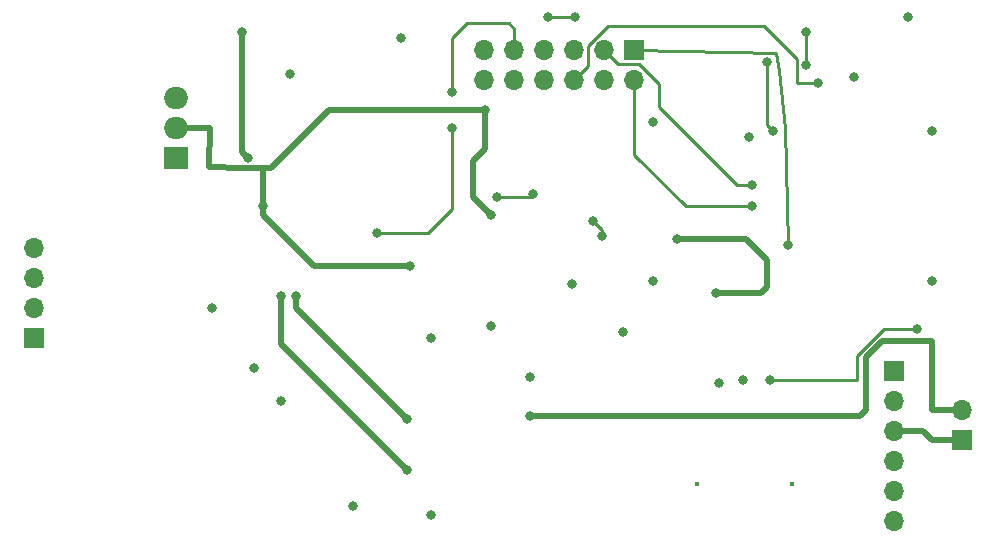
<source format=gbr>
%TF.GenerationSoftware,KiCad,Pcbnew,(5.1.9)-1*%
%TF.CreationDate,2021-06-15T18:17:50-05:00*%
%TF.ProjectId,SLKCAN,534c4b43-414e-42e6-9b69-6361645f7063,rev?*%
%TF.SameCoordinates,Original*%
%TF.FileFunction,Copper,L4,Bot*%
%TF.FilePolarity,Positive*%
%FSLAX46Y46*%
G04 Gerber Fmt 4.6, Leading zero omitted, Abs format (unit mm)*
G04 Created by KiCad (PCBNEW (5.1.9)-1) date 2021-06-15 18:17:50*
%MOMM*%
%LPD*%
G01*
G04 APERTURE LIST*
%TA.AperFunction,ComponentPad*%
%ADD10O,2.000000X1.905000*%
%TD*%
%TA.AperFunction,ComponentPad*%
%ADD11R,2.000000X1.905000*%
%TD*%
%TA.AperFunction,ComponentPad*%
%ADD12O,1.700000X1.700000*%
%TD*%
%TA.AperFunction,ComponentPad*%
%ADD13R,1.700000X1.700000*%
%TD*%
%TA.AperFunction,ComponentPad*%
%ADD14C,0.450000*%
%TD*%
%TA.AperFunction,ViaPad*%
%ADD15C,0.800000*%
%TD*%
%TA.AperFunction,Conductor*%
%ADD16C,0.508000*%
%TD*%
%TA.AperFunction,Conductor*%
%ADD17C,0.250000*%
%TD*%
G04 APERTURE END LIST*
D10*
%TO.P,U2,3*%
%TO.N,Net-(C1-Pad1)*%
X121920000Y-77470000D03*
%TO.P,U2,2*%
%TO.N,+5V*%
X121920000Y-80010000D03*
D11*
%TO.P,U2,1*%
%TO.N,GND*%
X121920000Y-82550000D03*
%TD*%
D12*
%TO.P,JP1,2*%
%TO.N,+5V*%
X188468000Y-103886000D03*
D13*
%TO.P,JP1,1*%
%TO.N,Net-(J1-Pad3)*%
X188468000Y-106426000D03*
%TD*%
D12*
%TO.P,J4,12*%
%TO.N,+5V*%
X148044993Y-75946495D03*
%TO.P,J4,11*%
%TO.N,GND*%
X148044993Y-73406495D03*
%TO.P,J4,10*%
%TO.N,+3V3*%
X150584993Y-75946495D03*
%TO.P,J4,9*%
%TO.N,CAN_\u002AINT*%
X150584993Y-73406495D03*
%TO.P,J4,8*%
%TO.N,AUX7*%
X153124993Y-75946495D03*
%TO.P,J4,7*%
%TO.N,AUX6*%
X153124993Y-73406495D03*
%TO.P,J4,6*%
%TO.N,AUX5*%
X155664993Y-75946495D03*
%TO.P,J4,5*%
%TO.N,AUX4*%
X155664993Y-73406495D03*
%TO.P,J4,4*%
%TO.N,AUX3*%
X158204993Y-75946495D03*
%TO.P,J4,3*%
%TO.N,AUX2*%
X158204993Y-73406495D03*
%TO.P,J4,2*%
%TO.N,AUX1*%
X160744993Y-75946495D03*
D13*
%TO.P,J4,1*%
%TO.N,AUX0*%
X160744993Y-73406495D03*
%TD*%
D14*
%TO.P,J3,15*%
%TO.N,N/C*%
X174044689Y-110140283D03*
%TO.P,J3,14*%
X166044689Y-110140283D03*
%TD*%
D12*
%TO.P,J2,4*%
%TO.N,Net-(J2-Pad4)*%
X109883783Y-90152253D03*
%TO.P,J2,3*%
%TO.N,Net-(J2-Pad3)*%
X109883783Y-92692253D03*
%TO.P,J2,2*%
%TO.N,Net-(J2-Pad2)*%
X109883783Y-95232253D03*
D13*
%TO.P,J2,1*%
%TO.N,Net-(J2-Pad1)*%
X109883783Y-97772253D03*
%TD*%
D12*
%TO.P,J1,6*%
%TO.N,Net-(J1-Pad6)*%
X182724303Y-113269275D03*
%TO.P,J1,5*%
%TO.N,UART0_TXD*%
X182724303Y-110729275D03*
%TO.P,J1,4*%
%TO.N,UART0_RXD*%
X182724303Y-108189275D03*
%TO.P,J1,3*%
%TO.N,Net-(J1-Pad3)*%
X182724303Y-105649275D03*
%TO.P,J1,2*%
%TO.N,Net-(J1-Pad2)*%
X182724303Y-103109275D03*
D13*
%TO.P,J1,1*%
%TO.N,GND*%
X182724303Y-100569275D03*
%TD*%
D15*
%TO.N,GND*%
X130810000Y-103124000D03*
X128524000Y-100330000D03*
X143510000Y-97790000D03*
X124968000Y-95250000D03*
X131572000Y-75438000D03*
X136906000Y-112014000D03*
X151892000Y-101092000D03*
X170434000Y-80772000D03*
X162306000Y-79502000D03*
X185928000Y-80264000D03*
X185928000Y-92964000D03*
X155448000Y-93218000D03*
X167894000Y-101600000D03*
X179324000Y-75692000D03*
%TO.N,+3V3*%
X159766000Y-97282000D03*
X148590000Y-96774000D03*
X183896000Y-70612000D03*
X169926000Y-101346000D03*
X143510000Y-112776000D03*
X140970000Y-72390000D03*
%TO.N,+5V*%
X141732000Y-91694000D03*
X151892000Y-104394000D03*
X148590000Y-87376000D03*
X129286000Y-86614000D03*
X148082000Y-78486000D03*
%TO.N,Net-(SW1-Pad1)*%
X167640000Y-93980000D03*
X164338000Y-89408000D03*
%TO.N,CAN_SO*%
X149098000Y-85852000D03*
X152146000Y-85598000D03*
%TO.N,CAN_\u002AINT*%
X145288000Y-80010000D03*
X145288000Y-76962000D03*
X138938000Y-88900000D03*
X175260000Y-74676000D03*
X175260000Y-71882000D03*
%TO.N,Net-(U4-Pad2)*%
X132080000Y-94234000D03*
X141478000Y-104648000D03*
%TO.N,Net-(U4-Pad1)*%
X130810000Y-94234000D03*
X141478000Y-108966000D03*
%TO.N,Net-(C11-Pad1)*%
X127508000Y-71882000D03*
X128016000Y-82550000D03*
%TO.N,GPIO23_VMOSI*%
X172212000Y-101346000D03*
X184658000Y-97028000D03*
%TO.N,AUX6*%
X153416000Y-70612000D03*
X155702000Y-70612000D03*
%TO.N,AUX5*%
X176276000Y-76200000D03*
%TO.N,AUX4*%
X172466000Y-80264000D03*
X171958000Y-74422000D03*
%TO.N,AUX2*%
X170688000Y-84836000D03*
%TO.N,AUX1*%
X170688000Y-86614000D03*
%TO.N,AUX0*%
X173736000Y-89916000D03*
%TO.N,GPIO12_MISO*%
X157988000Y-89154000D03*
X157226000Y-87884000D03*
%TO.N,Net-(D2-Pad1)*%
X162306000Y-92964000D03*
%TD*%
D16*
%TO.N,+5V*%
X123952000Y-80010000D02*
X121920000Y-80010000D01*
X124780000Y-80010000D02*
X123952000Y-80010000D01*
X124714000Y-83312000D02*
X124780000Y-80010000D01*
X127606079Y-83404001D02*
X124714000Y-83312000D01*
X134874000Y-78486000D02*
X129955999Y-83404001D01*
X148082000Y-78486000D02*
X134874000Y-78486000D01*
X129286000Y-83566000D02*
X129447999Y-83404001D01*
X129286000Y-86614000D02*
X129286000Y-83566000D01*
X129447999Y-83404001D02*
X127606079Y-83404001D01*
X129955999Y-83404001D02*
X129447999Y-83404001D01*
X147066000Y-85852000D02*
X148590000Y-87376000D01*
X147066000Y-82804000D02*
X147066000Y-85852000D01*
X148082000Y-81788000D02*
X147066000Y-82804000D01*
X148082000Y-78486000D02*
X148082000Y-81788000D01*
X129286000Y-86614000D02*
X129286000Y-87376000D01*
X133604000Y-91694000D02*
X141732000Y-91694000D01*
X129286000Y-87376000D02*
X133604000Y-91694000D01*
X188468000Y-103886000D02*
X185928000Y-103886000D01*
X185928000Y-103886000D02*
X185928000Y-98044000D01*
X185928000Y-98044000D02*
X181666842Y-98044000D01*
X181666842Y-98044000D02*
X180340000Y-99370842D01*
X180340000Y-99370842D02*
X180340000Y-103886000D01*
X179832000Y-104394000D02*
X151892000Y-104394000D01*
X180340000Y-103886000D02*
X179832000Y-104394000D01*
%TO.N,Net-(J1-Pad3)*%
X182724303Y-105649275D02*
X185151275Y-105649275D01*
X185928000Y-106426000D02*
X188468000Y-106426000D01*
X185151275Y-105649275D02*
X185928000Y-106426000D01*
%TO.N,Net-(SW1-Pad1)*%
X171450000Y-93980000D02*
X167640000Y-93980000D01*
X171958000Y-93472000D02*
X171450000Y-93980000D01*
X171958000Y-91186000D02*
X171958000Y-93472000D01*
X170180000Y-89408000D02*
X171958000Y-91186000D01*
X164338000Y-89408000D02*
X170180000Y-89408000D01*
D17*
%TO.N,CAN_SO*%
X151892000Y-85852000D02*
X152146000Y-85598000D01*
X149098000Y-85852000D02*
X151892000Y-85852000D01*
%TO.N,CAN_\u002AINT*%
X175260000Y-71882000D02*
X175260000Y-74676000D01*
X138938000Y-88900000D02*
X143256000Y-88900000D01*
X145288000Y-86868000D02*
X145288000Y-80010000D01*
X143256000Y-88900000D02*
X145288000Y-86868000D01*
X145288000Y-76962000D02*
X145288000Y-72390000D01*
X145288000Y-72390000D02*
X146558000Y-71120000D01*
X146558000Y-71120000D02*
X150114000Y-71120000D01*
X150584993Y-71590993D02*
X150584993Y-73406495D01*
X150114000Y-71120000D02*
X150584993Y-71590993D01*
D16*
%TO.N,Net-(U4-Pad2)*%
X132080000Y-95250000D02*
X141478000Y-104648000D01*
X132080000Y-94234000D02*
X132080000Y-95250000D01*
%TO.N,Net-(U4-Pad1)*%
X130810000Y-98298000D02*
X141478000Y-108966000D01*
X130810000Y-94234000D02*
X130810000Y-98298000D01*
%TO.N,Net-(C11-Pad1)*%
X127508000Y-82042000D02*
X128016000Y-82550000D01*
X127508000Y-71882000D02*
X127508000Y-82042000D01*
D17*
%TO.N,GPIO23_VMOSI*%
X172212000Y-101346000D02*
X179578000Y-101346000D01*
X179578000Y-101346000D02*
X179578000Y-99314000D01*
X181864000Y-97028000D02*
X184658000Y-97028000D01*
X179578000Y-99314000D02*
X181864000Y-97028000D01*
%TO.N,AUX6*%
X155702000Y-70612000D02*
X153416000Y-70612000D01*
%TO.N,AUX5*%
X176276000Y-76200000D02*
X174498000Y-76200000D01*
X174498000Y-76200000D02*
X174498000Y-74168000D01*
X174498000Y-74168000D02*
X171704000Y-71374000D01*
X156839994Y-74771494D02*
X155664993Y-75946495D01*
X156839994Y-73032492D02*
X156839994Y-74771494D01*
X158498486Y-71374000D02*
X156839994Y-73032492D01*
X171704000Y-71374000D02*
X158498486Y-71374000D01*
%TO.N,AUX4*%
X171958000Y-79756000D02*
X172466000Y-80264000D01*
X171958000Y-74422000D02*
X171958000Y-79756000D01*
%TO.N,AUX2*%
X170688000Y-84836000D02*
X169418000Y-84836000D01*
X169418000Y-84836000D02*
X162814000Y-78232000D01*
X159379994Y-74581496D02*
X158204993Y-73406495D01*
X161118996Y-74581496D02*
X159379994Y-74581496D01*
X162814000Y-76276500D02*
X161118996Y-74581496D01*
X162814000Y-78232000D02*
X162814000Y-76276500D01*
%TO.N,AUX1*%
X170688000Y-86614000D02*
X165100000Y-86614000D01*
X160744993Y-82258993D02*
X160744993Y-75946495D01*
X165100000Y-86614000D02*
X160744993Y-82258993D01*
%TO.N,AUX0*%
X160745488Y-73406000D02*
X160744993Y-73406495D01*
X172720000Y-73660000D02*
X160745488Y-73406000D01*
X172974000Y-75184000D02*
X172720000Y-73660000D01*
X173482000Y-80010000D02*
X172974000Y-75184000D01*
X173736000Y-89916000D02*
X173482000Y-80010000D01*
%TO.N,GPIO12_MISO*%
X157988000Y-88646000D02*
X157226000Y-87884000D01*
X157988000Y-89154000D02*
X157988000Y-88646000D01*
%TD*%
M02*

</source>
